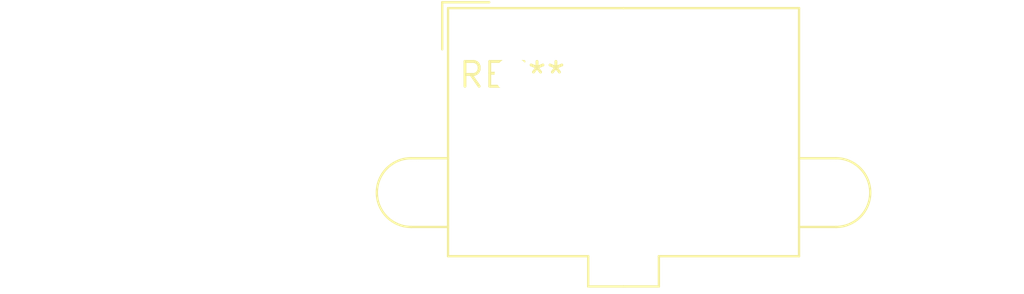
<source format=kicad_pcb>
(kicad_pcb (version 20240108) (generator pcbnew)
  (layers (0 "F.Cu" signal) (31 "B.Cu" signal) (34 "B.Paste" user) (35 "F.Paste" user) (36 "B.SilkS" user "B.Silkscreen") (37 "F.SilkS" user "F.Silkscreen") (38 "B.Mask" user) (39 "F.Mask" user) (44 "Edge.Cuts" user))
  (net 0 "")
  (footprint "Molex_Mega-Fit_76829-0006_2x03_P5.70mm_Vertical" (layer "F.Cu") (at 0 0)
    (property "Reference" "REF**")
    (property "Value" "Molex_Mega-Fit_76829-0006_2x03_P5.70mm_Vertical")
    (fp_line (start -5.17 4.265) (end -3.285 4.265) (layer "F.SilkS") (stroke (width 0.12)))
    (fp_line (start -5.17 7.785) (end -3.285 7.785) (layer "F.SilkS") (stroke (width 0.12)))
    (fp_line (start -3.585 -3.72) (end -1.175 -3.72) (layer "F.SilkS") (stroke (width 0.12)))
    (fp_line (start -3.585 -1.31) (end -3.585 -3.72) (layer "F.SilkS") (stroke (width 0.12)))
    (fp_line (start -3.285 -3.42) (end -3.285 9.28) (layer "F.SilkS") (stroke (width 0.12)))
    (fp_line (start -3.285 9.28) (end 3.89 9.28) (layer "F.SilkS") (stroke (width 0.12)))
    (fp_line (start 3.89 9.28) (end 3.89 10.83) (layer "F.SilkS") (stroke (width 0.12)))
    (fp_line (start 3.89 10.83) (end 5.7 10.83) (layer "F.SilkS") (stroke (width 0.12)))
    (fp_line (start 5.7 -3.42) (end -3.285 -3.42) (layer "F.SilkS") (stroke (width 0.12)))
    (fp_line (start 5.7 -3.42) (end 14.685 -3.42) (layer "F.SilkS") (stroke (width 0.12)))
    (fp_line (start 7.51 9.28) (end 7.51 10.83) (layer "F.SilkS") (stroke (width 0.12)))
    (fp_line (start 7.51 10.83) (end 5.7 10.83) (layer "F.SilkS") (stroke (width 0.12)))
    (fp_line (start 14.685 -3.42) (end 14.685 9.28) (layer "F.SilkS") (stroke (width 0.12)))
    (fp_line (start 14.685 9.28) (end 7.51 9.28) (layer "F.SilkS") (stroke (width 0.12)))
    (fp_line (start 16.57 4.265) (end 14.685 4.265) (layer "F.SilkS") (stroke (width 0.12)))
    (fp_line (start 16.57 7.785) (end 14.685 7.785) (layer "F.SilkS") (stroke (width 0.12)))
    (fp_arc (start -5.17 7.785) (mid -6.93 6.025) (end -5.17 4.265) (layer "F.SilkS") (stroke (width 0.12)))
    (fp_arc (start 16.57 4.265) (mid 18.33 6.025) (end 16.57 7.785) (layer "F.SilkS") (stroke (width 0.12)))
    (pad "" np_thru_hole circle (at -5.17 6.025) (size 3 3) (drill 3) (layers *.Cu *.Mask))
    (pad "" np_thru_hole circle (at 16.57 6.025) (size 3 3) (drill 3) (layers *.Cu *.Mask))
    (pad "1" thru_hole roundrect (at 0 0) (size 3.7 3.7) (drill 1.8) (layers *.Cu *.Mask) (remove_unused_layers) (roundrect_rratio 0.067568))
    (pad "2" thru_hole circle (at 5.7 0) (size 3.7 3.7) (drill 1.8) (layers *.Cu *.Mask) (remove_unused_layers))
    (pad "3" thru_hole circle (at 11.4 0) (size 3.7 3.7) (drill 1.8) (layers *.Cu *.Mask) (remove_unused_layers))
    (pad "4" thru_hole circle (at 0 5.7) (size 3.7 3.7) (drill 1.8) (layers *.Cu *.Mask) (remove_unused_layers))
    (pad "5" thru_hole circle (at 5.7 5.7) (size 3.7 3.7) (drill 1.8) (layers *.Cu *.Mask) (remove_unused_layers))
    (pad "6" thru_hole circle (at 11.4 5.7) (size 3.7 3.7) (drill 1.8) (layers *.Cu *.Mask) (remove_unused_layers))
  )
)
</source>
